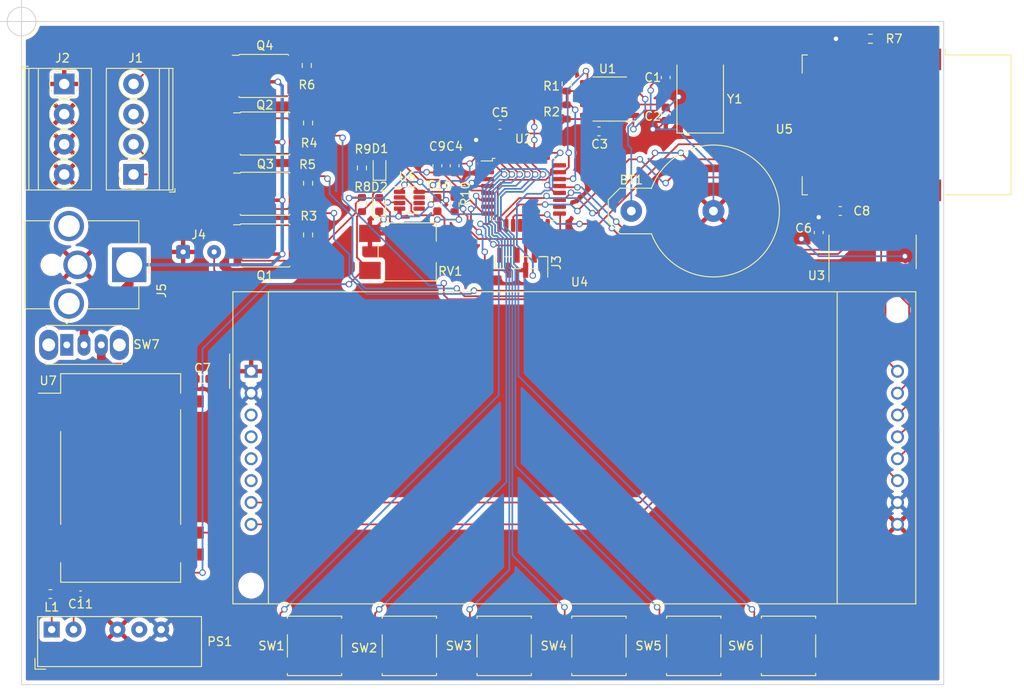
<source format=kicad_pcb>
(kicad_pcb (version 20211014) (generator pcbnew)
  (layers (0 "F.Cu" signal) (31 "B.Cu" signal) (34 "B.Paste" user) (35 "F.Paste" user) (36 "B.SilkS" user "B.Silkscreen") (37 "F.SilkS" user "F.Silkscreen") (38 "B.Mask" user) (39 "F.Mask" user) (44 "Edge.Cuts" user))
  (net 0 "")
  (net 1 "Net-(BT1-Pad1)")
  (net 2 "GND")
  (net 3 "Net-(C1-Pad1)")
  (net 4 "Net-(C2-Pad1)")
  (net 5 "+5V")
  (net 6 "+3.3V")
  (net 7 "Net-(C10-Pad1)")
  (net 8 "Net-(C11-Pad2)")
  (net 9 "Net-(D1-Pad1)")
  (net 10 "Net-(D2-Pad2)")
  (net 11 "/V1")
  (net 12 "/SWCLK")
  (net 13 "/SWDIO")
  (net 14 "/NRST")
  (net 16 "Net-(L1-Pad2)")
  (net 18 "Net-(Q1-Pad2)")
  (net 19 "+24V")
  (net 20 "/V3")
  (net 21 "Net-(Q2-Pad2)")
  (net 22 "/V2")
  (net 23 "Net-(Q3-Pad2)")
  (net 24 "/V4")
  (net 25 "Net-(Q4-Pad2)")
  (net 26 "/I2C2_SCL")
  (net 27 "/Q1")
  (net 28 "/Q3")
  (net 29 "/Q2")
  (net 30 "/Q4")
  (net 31 "/I2C2_SDA")
  (net 36 "/USART2_TX")
  (net 37 "/USART2_RX")
  (net 38 "/ADC1_IN4")
  (net 39 "/I2C1_SCL")
  (net 44 "/GPIO_Input")
  (net 45 "/I2C1_SDA")
  (net 51 "Net-(U3-Pad4)")
  (net 52 "Net-(U3-Pad5)")
  (net 53 "Net-(U3-Pad6)")
  (net 54 "Net-(U3-Pad7)")
  (net 55 "Net-(U3-Pad9)")
  (net 56 "Net-(U3-Pad10)")
  (net 57 "Net-(U3-Pad11)")
  (net 58 "Net-(U3-Pad12)")
  (net 94 "/Power supply/VIN")
  (net 95 "/SW1")
  (net 96 "/SW2")
  (net 97 "/SW3")
  (net 98 "/SW4")
  (net 99 "/SW5")
  (net 100 "/SW6")
  (net 101 "/ADC1_IN1")
  (net 102 "Net-(R7-Pad2)")
  (footprint "Resistor_SMD:R_0603_1608Metric" (layer "F.Cu") (at 98.25 93.78 90)
    (fp_text reference "R3")
    (fp_text value "10k")
  )
  (footprint "Package_DirectFET:DirectFET_MD" (layer "F.Cu") (at 93.25 82.005)
    (fp_text reference "Q2")
    (fp_text value "IRL6283M")
  )
  (footprint "Package_SO:SO-8_3.9x4.9mm_P1.27mm" (layer "F.Cu") (at 133.25 78 180)
    (fp_text reference "U1")
    (fp_text value "DS1307N+")
  )
  (footprint "Potentiometer_SMD:Potentiometer_ACP_CA6-VSMD_Vertical" (layer "F.Cu") (at 109.75 95.75)
    (fp_text reference "RV1")
    (fp_text value "10k")
  )
  (footprint "Capacitor_SMD:C_0603_1608Metric" (layer "F.Cu") (at 157.5 93.5 -90)
    (fp_text reference "C6")
    (fp_text value "100nF")
  )
  (footprint "Package_SO:SO-16_3.9x9.9mm_P1.27mm" (layer "F.Cu") (at 163.75 95.75 90)
    (fp_text reference "U3")
    (fp_text value "PCF8574")
  )
  (footprint "Resistor_SMD:R_0603_1608Metric" (layer "F.Cu") (at 128.25 76.25 -90)
    (fp_text reference "R1")
    (fp_text value "3k")
  )
  (footprint "Resistor_SMD:R_0603_1608Metric" (layer "F.Cu") (at 115.25 90.25 -90)
    (fp_text reference "R10")
    (fp_text value "1k")
  )
  (footprint "Capacitor_SMD:C_0603_1608Metric" (layer "F.Cu") (at 113.25 85.75 90)
    (fp_text reference "C9")
    (fp_text value "0.1uF")
  )
  (footprint "LED_SMD:LED_0603_1608Metric" (layer "F.Cu") (at 106.5 90.25 90)
    (fp_text reference "D2")
    (fp_text value "Power LED")
  )
  (footprint "Connector_PinHeader_1.00mm:PinHeader_1x06_P1.00mm_Vertical_SMD_Pin1Right" (layer "F.Cu") (at 123 97 -90)
    (fp_text reference "J3")
    (fp_text value "Conn_01x06")
  )
  (footprint "Resistor_SMD:R_0603_1608Metric" (layer "F.Cu") (at 104.5 90.25 90)
    (fp_text reference "R8")
    (fp_text value "10k")
  )
  (footprint "Capacitor_SMD:C_0603_1608Metric" (layer "F.Cu") (at 113.25 90.25 90)
    (fp_text reference "C10")
    (fp_text value "0.1uF")
  )
  (footprint "Capacitor_SMD:C_0603_1608Metric" (layer "F.Cu") (at 132 81.75)
    (fp_text reference "C3")
    (fp_text value "100nF")
  )
  (footprint "Resistor_SMD:R_0603_1608Metric" (layer "F.Cu") (at 163.5 71)
    (fp_text reference "R7")
    (fp_text value "10k")
  )
  (footprint "Resistor_SMD:R_0603_1608Metric" (layer "F.Cu") (at 104.5 86 90)
    (fp_text reference "R9")
    (fp_text value "1k")
  )
  (footprint "Inductor_SMD:L_0603_1608Metric" (layer "F.Cu") (at 68.348884 135.48)
    (fp_text reference "L1")
    (fp_text value "18uH")
  )
  (footprint "Package_QFP:LQFP-32_7x7mm_P0.8mm" (layer "F.Cu") (at 123.25 88.5)
    (fp_text reference "U2")
    (fp_text value "STM32G071KxT")
  )
  (footprint "Button_Switch_SMD:SW_SPST_B3S-1000" (layer "F.Cu") (at 143 141.5)
    (fp_text reference "SW5")
    (fp_text value "SW_MEC_5E")
  )
  (footprint "Button_Switch_SMD:SW_SPST_B3S-1000" (layer "F.Cu") (at 154 141.5)
    (fp_text reference "SW6")
    (fp_text value "SW_MEC_5E")
  )
  (footprint "Capacitor_SMD:C_0402_1005Metric" (layer "F.Cu") (at 71.848884 135.48 180)
    (fp_text reference "C11")
    (fp_text value "2.2uF")
  )
  (footprint "TerminalBlock_Phoenix:TerminalBlock_Phoenix_PT-1,5-4-3.5-H_1x04_P3.50mm_Horizontal" (layer "F.Cu") (at 69.95 76.25 -90)
    (fp_text reference "J2")
    (fp_text value "Conn_01x04_Male")
  )
  (footprint "RF_Module:ESP-12E" (layer "F.Cu") (at 167.7 81 -90)
    (fp_text reference "U5")
    (fp_text value "ESP-12E")
  )
  (footprint "Battery:BatteryHolder_Keystone_500" (layer "F.Cu") (at 135.753395 91)
    (fp_text reference "BT1")
    (fp_text value "3V")
  )
  (footprint "Converter_DCDC:Converter_DCDC_XP_POWER-IAxxxxS_THT" (layer "F.Cu") (at 68.5 139.605 90)
    (fp_text reference "PS1")
    (fp_text value "IA0503S")
  )
  (footprint "Package_DirectFET:DirectFET_MD" (layer "F.Cu") (at 93.25 95)
    (fp_text reference "Q1")
    (fp_text value "IRL6283M")
  )
  (footprint "Capacitor_SMD:C_0603_1608Metric" (layer "F.Cu") (at 139.75 75.5 -90)
    (fp_text reference "C1")
    (fp_text value "12pF")
  )
  (footprint "Button_Switch_SMD:SW_SPST_B3S-1000" (layer "F.Cu") (at 99 141.5)
    (fp_text reference "SW1")
    (fp_text value "SW_MEC_5E")
  )
  (footprint "Capacitor_SMD:C_0603_1608Metric" (layer "F.Cu") (at 120.525 81)
    (fp_text reference "C5")
    (fp_text value "100nF")
  )
  (footprint "Resistor_SMD:R_0603_1608Metric" (layer "F.Cu") (at 98.1 74.1 90)
    (fp_text reference "R6")
    (fp_text value "10k")
  )
  (footprint "Capacitor_SMD:C_0603_1608Metric" (layer "F.Cu") (at 86 110.5 180)
    (fp_text reference "C7")
    (fp_text value "100nF")
  )
  (footprint "Connector_Wire:SolderWire-0.1sqmm_1x02_P3.6mm_D0.4mm_OD1mm" (layer "F.Cu") (at 83.75 95.755)
    (fp_text reference "J4")
    (fp_text value "Conn_01x02")
  )
  (footprint "Button_Switch_SMD:SW_SPST_B3S-1000" (layer "F.Cu") (at 110 141.5)
    (fp_text reference "SW2")
    (fp_text value "SW_MEC_5E")
  )
  (footprint "Converter_DCDC:Converter_DCDC_Artesyn_ATA_SMD" (layer "F.Cu") (at 76.5 122)
    (fp_text reference "U7")
    (fp_text value "ATA00A18S-L")
  )
  (footprint "Package_DirectFET:DirectFET_MD" (layer "F.Cu") (at 93.1 75.32)
    (fp_text reference "Q4")
    (fp_text value "IRL6283M")
  )
  (footprint "Resistor_SMD:R_0603_1608Metric" (layer "F.Cu") (at 128.25 79.5 90)
    (fp_text reference "R2")
    (fp_text value "3k")
  )
  (footprint "Connector_BarrelJack:BarrelJack_CUI_PJ-063AH_Horizontal_CircularHoles" (layer "F.Cu") (at 77.5 97.25 -90)
    (fp_text reference "J5")
    (fp_text value "Jack-DC")
  )
  (footprint "Package_DirectFET:DirectFET_MD" (layer "F.Cu") (at 93.25 89)
    (fp_text reference "Q3")
    (fp_text value "IRL6283M")
  )
  (footprint "TerminalBlock_Phoenix:TerminalBlock_Phoenix_PT-1,5-4-3.5-H_1x04_P3.50mm_Horizontal" (layer "F.Cu") (at 78 86.75 90)
    (fp_text reference "J1")
    (fp_text value "Conn_01x04_Male")
  )
  (footprint "Package_TO_SOT_SMD:SOT-23-8" (layer "F.Cu") (at 110 89.75)
    (fp_text reference "U6")
    (fp_text value "LM393")
  )
  (footprint "Resistor_SMD:R_0603_1608Metric" (layer "F.Cu") (at 98.25 87.78 90)
    (fp_text reference "R5")
    (fp_text value "10k")
  )
  (footprint "Button_Switch_THT:SW_Slide_1P2T_CK_OS102011MS2Q" (layer "F.Cu") (at 70.25 106.5475)
    (fp_text reference "SW7")
    (fp_text value "SW_SPDT")
  )
  (footprint "Button_Switch_SMD:SW_SPST_B3S-1000" (layer "F.Cu") (at 121 141.5)
    (fp_text reference "SW3")
    (fp_text value "SW_MEC_5E")
  )
  (footprint "Capacitor_SMD:C_0603_1608Metric" (layer "F.Cu") (at 160 91 180)
    (fp_text reference "C8")
    (fp_text value "100nF")
  )
  (footprint "Resistor_SMD:R_0603_1608Metric" (layer "F.Cu") (at 98.25 80.785 90)
    (fp_text reference "R4")
    (fp_text value "10k")
  )
  (footprint "Capacitor_SMD:C_0603_1608Metric" (layer "F.Cu") (at 139.75 79.75 -90)
    (fp_text reference "C2")
    (fp_text value "12pF")
  )
  (footprint "Crystal:Crystal_SMD_FOX_FQ7050-2Pin_7.0x5.0mm" (layer "F.Cu") (at 143.75 77.75 90)
    (fp_text reference "Y1")
    (fp_text value "32.768KHZ")
  )
  (footprint "Button_Switch_SMD:SW_SPST_B3S-1000" (layer "F.Cu") (at 132 141.5)
    (fp_text reference "SW4")
    (fp_text value "SW_MEC_5E")
  )
  (footprint "Display:NHD-0420H1Z" (layer "F.Cu") (at 91.6425 109.61)
    (fp_text reference "U4")
    (fp_text value "NHD-0420H1Z")
  )
  (footprint "Capacitor_SMD:C_0603_1608Metric" (layer "F.Cu") (at 115.25 85.75 -90)
    (fp_text reference "C4")
    (fp_text value "100nF")
  )
  (footprint "LED_SMD:LED_0603_1608Metric" (layer "F.Cu") (at 106.54 85.9425 90)
    (fp_text reference "D1")
    (fp_text value "Trigger LED")
  )
  (gr_line (start 68 69) (end 65 69) (layer "Edge.Cuts") (width 0.1))
  (gr_line (start 172 70) (end 172 146) (layer "Edge.Cuts") (width 0.1))
  (gr_line (start 172 69) (end 172 70) (layer "Edge.Cuts") (width 0.1))
  (gr_line (start 172 69) (end 68 69) (layer "Edge.Cuts") (width 0.1))
  (gr_line (start 65 69) (end 65 146) (layer "Edge.Cuts") (width 0.1))
  (gr_line (start 172 146) (end 65 146) (layer "Edge.Cuts") (width 0.1))
  (target plus (at 65 69) (size 5) (width 0.1) (layer "Edge.Cuts"))
  (segment (start 136.7405 77.365) (end 137.3755 78) (width 0.2) (layer "F.Cu") (net 1))
  (segment (start 135.825 77.365) (end 136.7405 77.365) (width 0.2) (layer "F.Cu") (net 1))
  (via (at 137.3755 78) (size 0.75) (drill 0.5) (layers "F.Cu" "B.Cu") (net 1))
  (segment (start 135.375 83.375) (end 135.753395 83.753395) (width 0.2) (layer "B.Cu") (net 1))
  (segment (start 135.375 81.241116) (end 135.375 83.375) (width 0.2) (layer "B.Cu") (net 1))
  (segment (start 137.3755 78) (end 137.3755 79.240616) (width 0.2) (layer "B.Cu") (net 1))
  (segment (start 135.753395 83.753395) (end 135.753395 91) (width 0.2) (layer "B.Cu") (net 1))
  (segment (start 137.3755 79.240616) (end 135.375 81.241116) (width 0.2) (layer "B.Cu") (net 1))
  (segment (start 113.25 84.975) (end 113.7 84.975) (width 0.2) (layer "F.Cu") (net 2))
  (segment (start 157.475 94.25) (end 157.5 94.275) (width 0.2) (layer "F.Cu") (net 2))
  (segment (start 111.991116 87.375) (end 113.375 87.375) (width 0.2) (layer "F.Cu") (net 2))
  (segment (start 114 88) (end 114 88.1245) (width 0.2) (layer "F.Cu") (net 2))
  (segment (start 118.8 88.625) (end 117.241116 88.625) (width 0.2) (layer "F.Cu") (net 2))
  (segment (start 119.075 88.9) (end 118.8 88.625) (width 0.2) (layer "F.Cu") (net 2))
  (segment (start 107 92) (end 105.425 93.575) (width 0.2) (layer "F.Cu") (net 2))
  (segment (start 138.775 81.5) (end 138.25 81.5) (width 0.2) (layer "F.Cu") (net 2))
  (segment (start 157.2 88.975) (end 157.2 88.6) (width 0.2) (layer "F.Cu") (net 2))
  (segment (start 113.75 87.75) (end 114 88) (width 0.2) (layer "F.Cu") (net 2))
  (segment (start 139.775 76.275) (end 139.75 76.275) (width 0.2) (layer "F.Cu") (net 2))
  (segment (start 139.75 80.525) (end 138.775 81.5) (width 0.2) (layer "F.Cu") (net 2))
  (segment (start 111.25 86.633884) (end 111.991116 87.375) (width 0.2) (layer "F.Cu") (net 2))
  (segment (start 112.495831 90.229169) (end 113.25 89.475) (width 0.2) (layer "F.Cu") (net 2))
  (segment (start 111.25 86) (end 111.25 86.633884) (width 0.2) (layer "F.Cu") (net 2))
  (segment (start 113.520661 89.745661) (end 113.25 89.475) (width 0.2) (layer "F.Cu") (net 2))
  (segment (start 105.425 93.575) (end 105.425 93.6) (width 0.2) (layer "F.Cu") (net 2))
  (segment (start 114.254339 89.745661) (end 113.520661 89.745661) (width 0.2) (layer "F.Cu") (net 2))
  (segment (start 155.5 94.25) (end 157.475 94.25) (width 0.2) (layer "F.Cu") (net 2))
  (segment (start 108.8625 91.513) (end 108.8625 90.725) (width 0.2) (layer "F.Cu") (net 2))
  (segment (start 117.241116 88.625) (end 115.25 86.633884) (width 0.2) (layer "F.Cu") (net 2))
  (segment (start 108.75 91.6255) (end 108.8625 91.513) (width 0.2) (layer "F.Cu") (net 2))
  (segment (start 141.25 77.75) (end 139.775 76.275) (width 0.2) (layer "F.Cu") (net 2))
  (segment (start 113.25 84.975) (end 112.275 84.975) (width 0.2) (layer "F.Cu") (net 2))
  (segment (start 113.375 87.375) (end 113.75 87.75) (width 0.2) (layer "F.Cu") (net 2))
  (segment (start 107 92) (end 106.5 91.5) (width 0.2) (layer "F.Cu") (net 2))
  (segment (start 115.25 86.633884) (end 115.25 86.525) (width 0.2) (layer "F.Cu") (net 2))
  (segment (start 159.225 91) (end 157.2 88.975) (width 0.2) (layer "F.Cu") (net 2))
  (segment (start 168.195 98.325) (end 168.195 96.945) (width 0.2) (layer "F.Cu") (net 2))
  (segment (start 113.7 84.975) (end 115.25 86.525) (width 0.2) (layer "F.Cu") (net 2))
  (segment (start 168.195 96.945) (end 167.5 96.25) (width 0.2) (layer "F.Cu") (net 2))
  (segment (start 106.5 91.5) (end 106.5 91.0375) (width 0.2) (layer "F.Cu") (net 2))
  (segment (start 112.275 84.975) (end 111.25 86) (width 0.2) (layer "F.Cu") (net 2))
  (segment (start 112.495831 90.245415) (end 112.495831 90.229169) (width 0.2) (layer "F.Cu") (net 2))
  (via (at 114.254339 89.745661) (size 0.75) (drill 0.5) (layers "F.Cu" "B.Cu") (net 2))
  (via (at 167.5 96.25) (size 0.75) (drill 0.5) (layers "F.Cu" "B.Cu") (net 2))
  (via (at 107 92) (size 0.75) (drill 0.5) (layers "F.Cu" "B.Cu") (net 2))
  (via (at 114 88.1245) (size 0.75) (drill 0.5) (layers "F.Cu" "B.Cu") (net 2))
  (via (at 108.75 91.6255) (size 0.75) (drill 0.5) (layers "F.Cu" "B.Cu") (net 2))
  (via (at 138.25 81.5) (size 0.75) (drill 0.5) (layers "F.Cu" "B.Cu") (net 2))
  (via (at 141.25 77.75) (size 0.75) (drill 0.5) (layers "F.Cu" "B.Cu") (net 2))
  (via (at 112.495831 90.245415) (size 0.75) (drill 0.5) (layers "F.Cu" "B.Cu") (net 2))
  (via (at 155.5 94.25) (size 0.75) (drill 0.5) (layers "F.Cu" "B.Cu") (net 2))
  (segment (start 141 81.5) (end 145.283395 85.783395) (width 0.2) (layer "B.Cu") (net 2))
  (segment (start 138.25 80.75) (end 141.25 77.75) (width 0.2) (layer "B.Cu") (net 2))
  (segment (start 145.283395 85.783395) (end 145.283395 91) (width 0.2) (layer "B.Cu") (net 2))
  (segment (start 157.5 96.25) (end 167.5 96.25) (width 0.2) (layer "B.Cu") (net 2))
  (segment (start 112.495831 90.245415) (end 111.115746 91.6255) (width 0.2) (layer "B.Cu") (net 2))
  (segment (start 155.5 94.25) (end 157.5 96.25) (width 0.2) (layer "B.Cu") (net 2))
  (segment (start 114 88.1245) (end 114 89.491322) (width 0.2) (layer "B.Cu") (net 2))
  (segment (start 114 89.491322) (end 114.254339 89.745661) (width 0.2) (layer "B.Cu") (net 2))
  (segment (start 138.25 81.5) (end 138.25 80.75) (width 0.2) (layer "B.Cu") (net 2))
  (segment (start 107.3745 91.6255) (end 108.75 91.6255) (width 0.2) (layer "B.Cu") (net 2))
  (segment (start 138.25 81.5) (end 141 81.5) (width 0.2) (layer "B.Cu") (net 2))
  (segment (start 107 92) (end 107.3745 91.6255) (width 0.2) (layer "B.Cu") (net 2))
  (segment (start 111.115746 91.6255) (end 108.75 91.6255) (width 0.2) (layer "B.Cu") (net 2))
  (segment (start 143.75 75.15) (end 143.325 74.725) (width 0.2) (layer "F.Cu") (net 3))
  (segment (start 143.325 74.725) (end 139.75 74.725) (width 0.2) (layer "F.Cu") (net 3))
  (segment (start 138 76.475) (end 138 77) (width 0.2) (layer "F.Cu") (net 3))
  (segment (start 136 81.5) (end 136 80.08) (width 0.2) (layer "F.Cu") (net 3))
  (segment (start 136 80.08) (end 135.825 79.905) (width 0.2) (layer "F.Cu") (net 3))
  (segment (start 139.75 74.725) (end 138 76.475) (width 0.2) (layer "F.Cu") (net 3))
  (via (at 138 77) (size 0.75) (drill 0.5) (layers "F.Cu" "B.Cu") (net 3))
  (via (at 136 81.5) (size 0.75) (drill 0.5) (layers "F.Cu" "B.Cu") (net 3))
  (segment (start 138 79.5) (end 136 81.5) (width 0.2) (layer "B.Cu") (net 3))
  (segment (start 138 77) (end 138 79.5) (width 0.2) (layer "B.Cu") (net 3))
  (segment (start 139.75 78.975) (end 139.41 78.635) (width 0.2) (layer "F.Cu") (net 4))
  (segment (start 139.41 78.635) (end 135.825 78.635) (width 0.2) (layer "F.Cu") (net 4))
  (segment (start 143.75 80.35) (end 141.125 80.35) (width 0.2) (layer "F.Cu") (net 4))
  (segment (start 141.125 80.35) (end 139.75 78.975) (width 0.2) (layer "F.Cu") (net 4))
  (segment (start 104.5 91.075) (end 105.775 89.8) (width 0.2) (layer "F.Cu") (net 5))
  (segment (start 104.5 91.075) (end 103.925 91.65) (width 0.2) (layer "F.Cu") (net 5))
  (segment (start 108.93125 86.56875) (end 108.43125 86.06875) (width 0.2) (layer "F.Cu") (net 5))
  (segment (start 107.5175 85.155) (end 106.54 85.155) (width 0.2) (layer "F.Cu") (net 5))
  (segment (start 117 85.5) (end 115.775 85.5) (width 0.2) (layer "F.Cu") (net 5))
  (segment (start 104.6 97.9) (end 103 99.5) (width 0.2) (layer "F.Cu") (net 5))
  (segment (start 130.255 80.325) (end 130.675 79.905) (width 0.2) (layer "F.Cu") (net 5))
  (segment (start 72.348884 135.5) (end 71.348884 134.5) (width 0.2) (layer "F.Cu") (net 5))
  (segment (start 117 85.5) (end 120.5 82) (width 0.2) (layer "F.Cu") (net 5))
  (segment (start 105.425 97.9) (end 104.6 97.9) (width 0.2) (layer "F.Cu") (net 5))
  (segment (start 103.925 96.4) (end 105.425 97.9) (width 0.2) (layer "F.Cu") (net 5))
  (segment (start 105.775 89.8) (end 105.775 89.049587) (width 0.2) (layer "F.Cu") (net 5))
  (segment (start 108.574587 86.25) (end 108.574587 86.212087) (width 0.2) (layer "F.Cu") (net 5))
  (segment (start 131.225 80.455) (end 131.225 81.75) (width 0.2) (layer "F.Cu") (net 5))
  (segment (start 127.5 79.575) (end 127.5 76.175) (width 0.2) (layer "F.Cu") (net 5))
  (segment (start 67.561384 134.938616) (end 67.561384 135.48) (width 0.2) (layer "F.Cu") (net 5))
  (segment (start 86 133) (end 85 133) (width 0.2) (layer "F.Cu") (net 5))
  (segment (start 71.348884 134.5) (end 68 134.5) (width 0.2) (layer "F.Cu") (net 5))
  (segment (start 126.575 82) (end 128.25 80.325) (width 0.2) (layer "F.Cu") (net 5))
  (segment (start 128.25 80.325) (end 127.5 79.575) (width 0.2) (layer "F.Cu") (net 5))
  (segment (start 103.925 91.65) (end 103.925 96.4) (width 0.2) (layer "F.Cu") (net 5))
  (segment (start 114.6 88.775) (end 112.275 88.775) (width 0.2) (layer "F.Cu") (net 5))
  (segment (start 115.775 85.5) (end 115.25 84.975) (width 0.2) (layer "F.Cu") (net 5))
  (segment (start 128.25 80.325) (end 130.255 80.325) (width 0.2) (layer "F.Cu") (net 5))
  (segment (start 84.75 130.89) (end 84.75 135.25) (width 0.2) (layer "F.Cu") (net 5))
  (segment (start 84.75 135.25) (end 84.5 135.5) (width 0.2) (layer "F.Cu") (net 5))
  (segment (start 112.75 88) (end 112.275 88.475) (width 0.2) (layer "F.Cu") (net 5))
  (segment (start 112.275 88.475) (end 112.275 88.775) (width 0.2) (layer "F.Cu") (net 5))
  (segment (start 84.5 135.5) (end 72.348884 135.5) (width 0.2) (layer "F.Cu") (net 5))
  (segment (start 85 133) (end 84.75 132.75) (width 0.2) (layer "F.Cu") (net 5))
  (segment (start 115.25 89.425) (end 114.6 88.775) (width 0.2) (layer "F.Cu") (net 5))
  (segment (start 111.1375 88.775) (end 108.93125 86.56875) (width 0.2) (layer "F.Cu") (net 5))
  (segment (start 112.275 88.775) (end 111.1375 88.775) (width 0.2) (layer "F.Cu") (net 5))
  (segment (start 120.5 82) (end 126.575 82) (width 0.2) (layer "F.Cu") (net 5))
  (segment (start 68 134.5) (end 67.561384 134.938616) (width 0.2) (layer "F.Cu") (net 5))
  (segment (start 130.675 79.905) (end 131.225 80.455) (width 0.2) (layer "F.Cu") (net 5))
  (segment (start 105.775 89.049587) (end 108.574587 86.25) (width 0.2) (layer "F.Cu") (net 5))
  (segment (start 127.5 76.175) (end 128.25 75.425) (width 0.2) (layer "F.Cu") (net 5))
  (segment (start 108.43125 86.06875) (end 107.5175 85.155) (width 0.2) (layer "F.Cu") (net 5))
  (via (at 112.75 88) (size 0.75) (drill 0.5) (layers "F.Cu" "B.Cu") (net 5))
  (via (at 117 85.5) (size 0.75) (drill 0.5) (layers "F.Cu" "B.Cu") (net 5))
  (via (at 86 133) (size 0.75) (drill 0.5) (layers "F.Cu" "B.Cu") (net 5))
  (via (at 103 99.5) (size 0.75) (drill 0.5) (layers "F.Cu" "B.Cu") (net 5))
  (segment (start 93.5 99.5) (end 86 107) (width 0.2) (layer "B.Cu") (net 5))
  (segment (start 86 107) (end 86 133) (width 0.2) (layer "B.Cu") (net 5))
  (segment (start 112.75 88) (end 113.25 87.5) (width 0.2) (layer "B.Cu") (net 5))
  (segment (start 103 99.5) (end 93.5 99.5) (width 0.2) (layer "B.Cu") (net 5))
  (segment (start 117 87) (end 117 85.5) (width 0.2) (layer "B.Cu") (net 5))
  (segment (start 113.25 87.5) (end 116.5 87.5) (width 0.2) (layer "B.Cu") (net 5))
  (segment (start 116.5 87.5) (end 117 87) (width 0.2) (layer "B.Cu") (net 5))
  (segment (start 159.305 93.175) (end 157.95 93.175) (width 0.2) (layer "F.Cu") (net 6))
  (segment (start 124.25 94.25) (end 125.5 95.5) (width 0.2) (layer "F.Cu") (net 6))
  (segment (start 157.5 91.725) (end 160.05 91.725) (width 0.2) (layer "F.Cu") (net 6))
  (segment (start 116.25 91.125) (end 116.75 91.625) (width 0.2) (layer "F.Cu") (net 6))
  (segment (start 116.75 91.625) (end 116.75 93) (width 0.2) (layer "F.Cu") (net 6))
  (segment (start 157.2 73.15) (end 157.2 73.4) (width 0.2) (layer "F.Cu") (net 6))
  (segment (start 118 82.75) (end 119.75 81) (width 0.2) (layer "F.Cu") (net 6))
  (segment (start 159.5 71) (end 159.35 71) (width 0.2) (layer "F.Cu") (net 6))
  (segment (start 117.75 82.75) (end 118 82.75) (width 0.2) (layer "F.Cu") (net 6))
  (segment (start 117.6 88.1) (end 119.075 88.1) (width 0.2) (layer "F.Cu") (net 6))
  (segment (start 161.2 90.575) (end 161.2 88.6) (width 0.2) (layer "F.Cu") (net 6))
  (segment (start 86.775 110.5) (end 89.9925 110.5) (width 0.2) (layer "F.Cu") (net 6))
  (segment (start 89.9925 110.5) (end 91.6425 112.15) (width 0.2) (layer "F.Cu") (net 6))
  (segment (start 118 94.25) (end 124.25 94.25) (width 0.2) (layer "F.Cu") (net 6))
  (segment (start 162.675 71) (end 159.5 71) (width 0.2) (layer "F.Cu") (net 6))
  (segment (start 157.5 92.725) (end 157.5 91.725) (width 0.2) (layer "F.Cu") (net 6))
  (segment (start 116.75 93) (end 118 94.25) (width 0.2) (layer "F.Cu") (net 6))
  (segment (start 157.95 93.175) (end 157.5 92.725) (width 0.2) (layer "F.Cu") (net 6))
  (segment (start 160.05 91.725) (end 160.775 91) (width 0.2) (layer "F.Cu") (net 6))
  (segment (start 125.5 95.5) (end 125.5 97.875) (width 0.2) (layer "F.Cu") (net 6))
  (segment (start 116.25 90.7505) (end 116.25 91.125) (width 0.2) (layer "F.Cu") (net 6))
  (segment (start 117.25 87.75) (end 117.6 88.1) (width 0.2) (layer "F.Cu") (net 6))
  (segment (start 160.775 91) (end 161.2 90.575) (width 0.2) (layer "F.Cu") (net 6))
  (segment (start 159.35 71) (end 157.2 73.15) (width 0.2) (layer "F.Cu") (net 6))
  (via (at 157.5 91.725) (size 0.75) (drill 0.5) (layers "F.Cu" "B.Cu") (net 6))
  (via (at 159.5 71) (size 0.75) (drill 0.5) (layers "F.Cu" "B.Cu") (net 6))
  (via (at 159.5 71) (size 0.75) (drill 0.5) (layers "F.Cu" "B.Cu") (net 6))
  (via (at 116.25 90.7505) (size 0.75) (drill 0.5) (layers "F.Cu" "B.Cu") (net 6))
  (via (at 117.25 87.75) (size 0.75) (drill 0.5) (layers "F.Cu" "B.Cu") (net 6))
  (via (at 117.75 82.75) (size 0.75) (drill 0.5) (layers "F.Cu" "B.Cu") (net 6))
  (segment (start 116.25 88.75) (end 117.25 87.75) (width 0.2) (layer "B.Cu") (net 6))
  (segment (start 116.25 90.7505) (end 116.25 88.75) (width 0.2) (layer "B.Cu") (net 6))
  (segment (start 117.75 87.25) (end 117.75 82.75) (width 0.2) (layer "B.Cu") (net 6))
  (segment (start 117.25 87.75) (end 117.75 87.25) (width 0.2) (layer "B.Cu") (net 6))
  (segment (start 110.71967 91.5) (end 112.775 91.5) (width 0.2) (layer "F.Cu") (net 7))
  (segment (start 113.25 91.025) (end 114.075 91.85) (width 0.2) (layer "F.Cu") (net 7))
  (segment (start 114.075 91.85) (end 114.075 95.75) (width 0.2) (layer "F.Cu") (net 7))
  (segment (start 109.40533 89.425) (end 110.225 90.24467) (width 0.2) (layer "F.Cu") (net 7))
  (segment (start 110.225 91.00533) (end 110.71967 91.5) (width 0.2) (layer "F.Cu") (net 7))
  (segment (start 108.8625 89.425) (end 109.40533 89.425) (width 0.2) (layer "F.Cu") (net 7))
  (segment (start 110.225 90.24467) (end 110.225 91.00533) (width 0.2) (layer "F.Cu") (net 7))
  (segment (start 112.775 91.5) (end 113.25 91.025) (width 0.2) (layer "F.Cu") (net 7))
  (segment (start 87 136.5) (end 71.75 136.5) (width 0.2) (layer "F.Cu") (net 8))
  (segment (start 84.75 128.35) (end 86.85 128.35) (width 0.2) (layer "F.Cu") (net 8))
  (segment (start 71.25 136.5) (end 71.04 136.71) (width 0.2) (layer "F.Cu") (net 8))
  (segment (start 87 128.5) (end 87 136.5) (width 0.2) (layer "F.Cu") (net 8))
  (segment (start 71.368884 136.118884) (end 71.75 136.5) (width 0.2) (layer "F.Cu") (net 8))
  (segment (start 86.85 128.35) (end 87 128.5) (width 0.2) (layer "F.Cu") (net 8))
  (segment (start 71.368884 135.48) (end 71.368884 136.118884) (width 0.2) (layer "F.Cu") (net 8))
  (segment (start 71.04 136.71) (end 71.04 139.605) (width 0.2) (layer "F.Cu") (net 8))
  (segment (start 71.75 136.5) (end 71.25 136.5) (width 0.2) (layer "F.Cu") (net 8))
  (segment (start 106.445 86.825) (end 106.54 86.73) (width 0.2) (layer "F.Cu") (net 9))
  (segment (start 104.5 86.825) (end 106.445 86.825) (width 0.2) (layer "F.Cu") (net 9))
  (segment (start 108 92.5) (end 112.75 92.5) (width 0.2) (layer "F.Cu") (net 10))
  (segment (start 107.75 92.25) (end 108 92.5) (width 0.2) (layer "F.Cu") (net 10))
  (segment (start 112.75 92.5) (end 113.25 92) (width 0.2) (layer "F.Cu") (net 10))
  (segment (start 106.5 89.883884) (end 107.75 91.133884) (width 0.2) (layer "F.Cu") (net 10))
  (segment (start 115.75 91.575) (end 115.25 91.075) (width 0.2) (layer "F.Cu") (net 10))
  (segment (start 107.75 91.133884) (end 107.75 92.25) (width 0.2) (layer "F.Cu") (net 10))
  (segment (start 106.5 89.4625) (end 106.5 89.883884) (width 0.2) (layer "F.Cu") (net 10))
  (segment (start 115.75 92) (end 115.75 91.575) (width 0.2) (layer "F.Cu") (net 10))
  (via (at 113.25 92) (size 0.75) (drill 0.5) (layers "F.Cu" "B.Cu") (net 10))
  (via (at 115.75 92) (size 0.75) (drill 0.5) (layers "F.Cu" "B.Cu") (net 10))
  (segment (start 113.25 92) (end 115.75 92) (width 0.2) (layer "B.Cu") (net 10))
  (segment (start 96.45 96.175) (end 96.45 93.825) (width 0.2) (layer "F.Cu") (net 11))
  (segment (start 78 86.75) (end 82.975 86.75) (width 0.2) (layer "F.Cu") (net 11))
  (segment (start 90.05 96.175) (end 90.65 96.775) (width 0.2) (layer "F.Cu") (net 11))
  (segment (start 95.85 96.775) (end 96.45 96.175) (width 0.2) (layer "F.Cu") (net 11))
  (segment (start 90.05 93.825) (end 90.05 96.175) (width 0.2) (layer "F.Cu") (net 11))
  (segment (start 90.65 96.775) (end 95.85 96.775) (width 0.2) (layer "F.Cu") (net 11))
  (segment (start 82.975 86.75) (end 90.05 93.825) (width 0.2) (layer "F.Cu") (net 11))
  (segment (start 124.324502 96.300498) (end 124.5 96.125) (width 0.2) (layer "F.Cu") (net 12))
  (segment (start 127.5 84.25) (end 126.125 84.25) (width 0.2) (layer "F.Cu") (net 12))
  (segment (start 124.324502 98.5) (end 124.324502 96.300498) (width 0.2) (layer "F.Cu") (net 12))
  (segment (start 126.125 84.25) (end 126.05 84.325) (width 0.2) (layer "F.Cu") (net 12))
  (via (at 127.5 84.25) (size 0.75) (drill 0.5) (layers "F.Cu" "B.Cu") (net 12))
  (via (at 124.324502 98.5) (size 0.75) (drill 0.5) (layers "F.Cu" "B.Cu") (net 12))
  (segment (start 122.475 90.189041) (end 123.664041 89) (width 0.2) (layer "B.Cu") (net 12))
  (segment (start 126.625 88.258884) (end 126.625 85.125) (width 0.2) (layer "B.Cu") (net 12))
  (segment (start 125.667508 88.625) (end 126.258884 88.625) (width 0.2) (layer "B.Cu") (net 12))
  (segment (start 124.324502 96.824502) (end 122.475 94.975) (width 0.2) (layer "B.Cu") (net 12))
  (segment (start 125.292508 89) (end 125.667508 88.625) (width 0.2) (layer "B.Cu") (net 12))
  (segment (start 123.664041 89) (end 125.292508 89) (width 0.2) (layer "B.Cu") (net 12))
  (segment (start 122.475 94.975) (end 122.475 90.189041) (width 0.2) (layer "B.Cu") (net 12))
  (segment (start 126.258884 88.625) (end 126.625 88.258884) (width 0.2) (layer "B.Cu") (net 12))
  (segment (start 126.625 85.125) (end 127.5 84.25) (width 0.2) (layer "B.Cu") (net 12))
  (segment (start 124.324502 98.5) (end 124.324502 96.824502) (width 0.2) (layer "B.Cu") (net 12))
  (segment (start 126.425 86.21967) (end 126.94467 85.7) (width 0.2) (layer "F.Cu") (net 13))
  (segment (start 125.83033 87.375) (end 126.425 86.78033) (width 0.2) (layer "F.Cu") (net 13))
  (segment (start 126.425 86.78033) (end 126.425 86.21967) (width 0.2) (layer "F.Cu") (net 13))
  (segment (start 119.15533 92.5) (end 120.25 91.40533) (width 0.2) (layer "F.Cu") (net 13))
  (segment (start 120.25 91.40533) (end 120.25 88.25) (width 0.2) (layer "F.Cu") (net 13))
  (segment (start 126.94467 85.7) (end 127.425 85.7) (width 0.2) (layer "F.Cu") (net 13))
  (segment (start 122.05 95) (end 122.5 95.45) (width 0.2) (layer "F.Cu") (net 13))
  (segment (start 121.125 87.375) (end 125.83033 87.375) (width 0.2) (layer "F.Cu") (net 13))
  (segment (start 119.8755 95) (end 119.75 94.8745) (width 0.2) (layer "F.Cu") (net 13))
  (segment (start 120.25 88.25) (end 121.125 87.375) (width 0.2) (layer "F.Cu") (net 13))
  (segment (start 118.25 92.5) (end 119.15533 92.5) (width 0.2) (layer "F.Cu") (net 13))
  (segment (start 122.05 95) (end 119.8755 95) (width 0.2) (layer "F.Cu") (net 13))
  (segment (start 122.5 95.45) (end 122.5 96.125) (width 0.2) (layer "F.Cu") (net 13))
  (via (at 119.75 94.8745) (size 0.75) (drill 0.5) (layers "F.Cu" "B.Cu") (net 13))
  (via (at 118.25 92.5) (size 0.75) (drill 0.5) (layers "F.Cu" "B.Cu") (net 13))
  (segment (start 118.25 92.5) (end 118.85 93.1) (width 0.2) (layer "B.Cu") (net 13))
  (segment (start 118.85 93.1) (end 118.85 93.9745) (width 0.2) (layer "B.Cu") (net 13))
  (segment (start 118.85 93.9745) (end 119.75 94.8745) (width 0.2) (layer "B.Cu") (net 13))
  (segment (start 119.075 89.7) (end 118.2 89.7) (width 0.2) (layer "F.Cu") (net 14))
  (segment (start 118.75 97.25) (end 119.375 97.875) (width 0.2) (layer "F.Cu") (net 14))
  (segment (start 119.375 97.875) (end 121.5 97.875) (width 0.2) (layer "F.Cu") (net 14))
  (segment (start 118.75 95.75) (end 118.75 97.25) (width 0.2) (layer "F.Cu") (net 14))
  (segment (start 118.066589 93.433411) (end 117.149502 92.516324) (width 0.2) (layer "F.Cu") (net 14))
  (segment (start 117.149502 92.516324) (end 117.149502 90.7499) (width 0.2) (layer "F.Cu") (net 14))
  (segment (start 118.2 89.7) (end 117.75 89.25) (width 0.2) (layer "F.Cu") (net 14))
  (via (at 118.066589 93.433411) (size 0.75) (drill 0.5) (layers "F.Cu" "B.Cu") (net 14))
  (via (at 117.75 89.25) (size 0.75) (drill 0.5) (layers "F.Cu" "B.Cu") (net 14))
  (via (at 118.75 95.75) (size 0.75) (drill 0.5) (layers "F.Cu" "B.Cu") (net 14))
  (via (at 117.149502 90.7499) (size 0.75) (drill 0.5) (layers "F.Cu" "B.Cu") (net 14))
  (segment (start 117.149602 90.75) (end 117.149502 90.7499) (width 0.2) (layer "B.Cu") (net 14))
  (segment (start 117.75 90.5) (end 117.5 90.75) (width 0.2) (layer "B.Cu") (net 14))
  (segment (start 117.5 90.75) (end 117.149602 90.75) (width 0.2) (layer "B.Cu") (net 14))
  (segment (start 118.75 95.75) (end 118.5 95.5) (width 0.2) (layer "B.Cu") (net 14))
  (segment (start 118.5 93.866822) (end 118.066589 93.433411) (width 0.2) (layer "B.Cu") (net 14))
  (segment (start 118.5 95.5) (end 118.5 93.866822) (width 0.2) (layer "B.Cu") (net 14))
  (segment (start 117.75 89.25) (end 117.75 90.5) (width 0.2) (layer "B.Cu") (net 14))
  (segment (start 68.5 136.116384) (end 68.5 139.605) (width 0.2) (layer "F.Cu") (net 16))
  (segment (start 69.136384 135.48) (end 68.5 136.116384) (width 0.2) (layer "F.Cu") (net 16))
  (segment (start 97.145 92.65) (end 92.85 92.65) (width 0.2) (layer "F.Cu") (net 18))
  (segment (start 97.25 93.605) (end 97.25 92.755) (width 0.2) (layer "F.Cu") (net 18))
  (segment (start 92.85 92.65) (end 91.7 93.8) (width 0.2) (layer "F.Cu") (net 18))
  (segment (start 98.25 94.605) (end 97.25 93.605) (width 0.2) (layer "F.Cu") (net 18))
  (segment (start 97.25 92.755) (end 97.145 92.65) (width 0.2) (layer "F.Cu") (net 18))
  (segment (start 72.25 104.75) (end 72.25 106.5475) (width 1) (layer "F.Cu") (net 19))
  (segment (start 95.25 83) (end 93.22 83) (width 0.4) (layer "F.Cu") (net 19))
  (segment (start 92.925 76.17) (end 91.505 76.17) (width 0.4) (layer "F.Cu") (net 19))
  (segment (start 91.7 82.855) (end 93.075 82.855) (width 0.4) (layer "F.Cu") (net 19))
  (segment (start 95.25 96) (end 93.225 96) (width 0.4) (layer "F.Cu") (net 19))
  (segment (start 93.095 76) (end 92.925 76.17) (width 0.4) (layer "F.Cu") (net 19))
  (segment (start 94.75 76) (end 93.095 76) (width 0.4) (layer "F.Cu") (net 19))
  (segment (start 92.925 76.17) (end 92.925 74.47) (width 0.4) (layer "F.Cu") (net 19))
  (segment (start 77.5 99.5) (end 72.25 104.75) (width 1) (layer "F.Cu") (net 19))
  (segment (start 93.175 89.75) (end 93.075 89.85) (width 0.4) (layer "F.Cu") (net 19))
  (segment (start 93.22 83) (end 93.075 82.855) (width 0.4) (layer "F.Cu") (net 19))
  (segment (start 93.075 89.85) (end 91.7 89.85) (width 0.4) (layer "F.Cu") (net 19))
  (segment (start 93.075 95.85) (end 91.7 95.85) (width 0.4) (layer "F.Cu") (net 19))
  (segment (start 93.075 95.85) (end 93.075 94.15) (width 0.4) (layer "F.Cu") (net 19))
  (segment (start 93.075 81.155) (end 93.075 82.855) (width 0.4) (layer "F.Cu") (net 19))
  (segment (start 93.225 96) (end 93.075 95.85) (width 0.4) (layer "F.Cu") (net 19))
  (segment (start 77.5 97.25) (end 77.5 99.5) (width 1) (layer "F.Cu") (net 19))
  (segment (start 95.25 89.75) (end 93.175 89.75) (width 0.4) (layer "F.Cu") (net 19))
  (segment (start 93.075 89.85) (end 93.075 88.15) (width 0.4) (layer "F.Cu") (net 19))
  (via (at 94.75 76) (size 0.75) (drill 0.5) (layers "F.Cu" "B.Cu") (net 19))
  (via (at 95.25 83) (size 0.75) (drill 0.5) (layers "F.Cu" "B.Cu") (net 19))
  (via (at 95.25 89.75) (size 0.75) (drill 0.5) (layers "F.Cu" "B.Cu") (net 19))
  (via (at 95.25 96) (size 0.75) (drill 0.5) (layers "F.Cu" "B.Cu") (net 19))
  (segment (start 95.25 76.5) (end 94.75 76) (width 0.4) (layer "B.Cu") (net 19))
  (segment (start 95.25 96) (end 95.25 90) (width 0.4) (layer "B.Cu") (net 19))
  (segment (start 77.5 97.25) (end 94 97.25) (width 0.4) (layer "B.Cu") (net 19))
  (segment (start 95.25 83) (end 95.25 76.5) (width 0.4) (layer "B.Cu") (net 19))
  (segment (start 94 97.25) (end 95.25 96) (width 0.4) (layer "B.Cu") (net 19))
  (segment (start 95.25 83) (end 95.25 89.75) (width 0.4) (layer "B.Cu") (net 19))
  (segment (start 95.25 90) (end 95.25 89.75) (width 0.4) (layer "B.Cu") (net 19))
  (segment (start 90.65 80.23) (end 95.85 80.23) (width 0.2) (layer "F.Cu") (net 20))
  (segment (start 78 79.75) (end 79.08 80.83) (width 0.2) (layer "F.Cu") (net 20))
  (segment (start 95.85 80.23) (end 96.45 80.83) (width 0.2) (layer "F.Cu") (net 20))
  (segment (start 90.05 83.18) (end 90.05 80.83) (width 0.2) (layer "F.Cu") (net 20))
  (segment (start 79.08 80.83) (end 90.05 80.83) (width 0.2) (layer "F.Cu") (net 20))
  (segment (start 96.45 80.83) (end 96.45 83.18) (width 0.2) (layer "F.Cu") (net 20))
  (segment (start 90.05 80.83) (end 90.65 80.23) (width 0.2) (layer "F.Cu") (net 20))
  (segment (start 97.15 84.355) (end 91.7 84.355) (width 0.2) (layer "F.Cu") (net 21))
  (segment (start 91 83.655) (end 91 81.505) (width 0.2) (layer "F.Cu") (net 21))
  (segment (start 91.7 84.355) (end 91 83.655) (width 0.2) (layer "F.Cu") (net 21))
  (segment (start 98.25 81.61) (end 98.25 83.255) (width 0.2) (layer "F.Cu") (net 21))
  (segment (start 91 81.505) (end 91.7 80.805) (width 0.2) (layer "F.Cu") (net 21))
  (segment (start 98.25 83.255) (end 97.15 84.355) (width 0.2) (layer "F.Cu") (net 21))
  (segment (start 90.05 87.825) (end 90.05 90.175) (width 0.2) (layer "F.Cu") (net 22))
  (segment (start 86.75 84.5) (end 90.05 87.8) (width 0.2) (layer "F.Cu") (net 22))
  (segment (start 79.25 84.5) (end 86.75 84.5) (width 0.2) (layer "F.Cu") (net 22))
  (segment (start 95.85 90.775) (end 96.45 90.175) (width 0.2) (layer "F.Cu") (net 22))
  (segment (start 90.65 90.775) (end 95.85 90.775) (width 0.2) (layer "F.Cu") (net 22))
  (segment (start 96.45 87.825) (end 96.45 90.175) (width 0.2) (layer "F.Cu") (net 22))
  (segment (start 90.05 90.175) (end 90.65 90.775) (width 0.2) (layer "F.Cu") (net 22))
  (segment (start 78 83.25) (end 79.25 84.5) (width 0.2) (layer "F.Cu") (net 22))
  (segment (start 97.525 87.025) (end 97.005 86.505) (width 0.2) (layer "F.Cu") (net 23))
  (segment (start 92.995 86.505) (end 91.7 87.8) (width 0.2) (layer "F.Cu") (net 23))
  (segment (start 98.25 88.605) (end 97.525 87.88) (width 0.2) (layer "F.Cu") (net 23))
  (segment (start 97.525 87.88) (end 97.525 87.025) (width 0.2) (layer "F.Cu") (net 23))
  (segment (start 97.005 86.505) (end 92.995 86.505) (width 0.2) (layer "F.Cu") (net 23))
  (segment (start 89.9 74.145) (end 90.5 73.545) (width 0.2) (layer "F.Cu") (net 24))
  (segment (start 78 76.25) (end 80.105 74.145) (width 0.2) (layer "F.Cu") (net 24))
  (segment (start 95.7 73.545) (end 96.3 74.145) (width 0.2) (layer "F.Cu") (net 24))
  (segment (start 89.9 74.145) (end 89.9 76.495) (width 0.2) (layer "F.Cu") (net 24))
  (segment (start 90.5 73.545) (end 95.7 73.545) (width 0.2) (layer "F.Cu") (net 24))
  (segment (start 80.105 74.145) (end 89.9 74.145) (width 0.2) (layer "F.Cu") (net 24))
  (segment (start 96.3 74.145) (end 96.3 76.495) (width 0.2) (layer "F.Cu") (net 24))
  (segment (start 91.55 77.67) (end 97.085 77.67) (width 0.2) (layer "F.Cu") (net 25))
  (segment (start 91.55 74.12) (end 90.975 74.695) (width 0.2) (layer "F.Cu") (net 25))
  (segment (start 90.975 74.695) (end 90.975 77.095) (width 0.2) (layer "F.Cu") (net 25))
  (segment (start 98.1 76.655) (end 98.1 74.925) (width 0.2) (layer "F.Cu") (net 25))
  (segment (start 97.085 77.67) (end 98.1 76.655) (width 0.2) (layer "F.Cu") (net 25))
  (segment (start 90.975 77.095) (end 91.55 77.67) (width 0.2) (layer "F.Cu") (net 25))
  (segment (start 129 87.25) (end 127.475 87.25) (width 0.2) (layer "F.Cu") (net 26))
  (segment (start 127.475 87.25) (end 127.425 87.3) (width 0.2) (layer "F.Cu") (net 26))
  (segment (start 128.25 77.075) (end 130.385 77.075) (width 0.2) (layer "F.Cu") (net 26))
  (segment (start 128.25 77.075) (end 128.25 78.675) (width 0.2) (layer "F.Cu") (net 26))
  (segment (start 128.675 78.675) (end 129.25 79.25) (width 0.2) (layer "F.Cu") (net 26))
  (segment (start 128.25 78.675) (end 128.675 78.675) (width 0.2) (layer "F.Cu") (net 26))
  (segment (start 130.385 77.075) (end 130.675 77.365) (width 0.2) (layer "F.Cu") (net 26))
  (via (at 129.25 79.25) (size 0.75) (drill 0.5) (layers "F.Cu" "B.Cu") (net 26))
  (via (at 129 87.25) (size 0.75) (drill 0.5) (layers "F.Cu" "B.Cu") (net 26))
  (segment (start 129 87.25) (end 129.25 87) (width 0.2) (layer "B.Cu") (net 26))
  (segment (start 129.25 87) (end 129.25 79.25) (width 0.2) (layer "B.Cu") (net 26))
  (segment (start 126.75 99) (end 126.75 94.75) (width 0.2) (layer "F.Cu") (net 27))
  (segment (start 101.25 91.25) (end 100.25 91.25) (width 0.2) (layer "F.Cu") (net 27))
  (segment (start 100.25 91.25) (end 98.545 92.955) (width 0.2) (layer "F.Cu") (net 27))
  (segment (start 117.5 100.25) (end 125.5 100.25) (width 0.2) (layer "F.Cu") (net 27))
  (segment (start 125.25 93.25) (end 125.25 92.675) (width 0.2) (layer "F.Cu") (net 27))
  (segment (start 126.75 94.75) (end 125.25 93.25) (width 0.2) (layer "F.Cu") (net 27))
  (segment (start 125.5 100.25) (end 126.75 99) (width 0.2) (layer "F.Cu") (net 27))
  (segment (start 98.545 92.955) (end 98.25 92.955) (width 0.2) (layer "F.Cu") (net 27))
  (via (at 117.5 100.25) (size 0.75) (drill 0.5) (layers "F.Cu" "B.Cu") (net 27))
  (via (at 101.25 91.25) (size 0.75) (drill 0.5) (layers "F.Cu" "B.Cu") (net 27))
  (segment (start 117.125 100.625) (end 117.5 100.25) (width 0.2) (layer "B.Cu") (net 27))
  (segment (start 101.25 91.25) (end 101.25 94.25) (width 0.2) (layer "B.Cu") (net 27))
  (segment (start 105.008884 100.625) (end 117.125 100.625) (width 0.2) (layer "B.Cu") (net 27))
  (segment (start 103.053858 98.669974) (end 105.008884 100.625) (width 0.2) (layer "B.Cu") (net 27))
  (segment (start 101.25 94.25) (end 103.053858 96.053858) (width 0.2) (layer "B.Cu") (net 27))
  (segment (start 103.053858 96.053858) (end 103.053858 98.669974) (width 0.2) (layer "B.Cu") (net 27))
  (segment (start 102.25 82.5) (end 102 82.25) (width 0.2) (layer "F.Cu") (net 28))
  (segment (start 98.71 79.96) (end 101 82.25) (width 0.2) (layer "F.Cu") (net 28))
  (segment (start 114 99.3755) (end 114 100.75) (width 0.2) (layer "F.Cu") (net 28))
  (segment (start 114 100.75) (end 114.5 101.25) (width 0.2) (layer "F.Cu") (net 28))
  (segment (start 125.75 101.25) (end 127.5 99.5) (width 0.2) (layer "F.Cu") (net 28))
  (segment (start 114.5 101.25) (end 125.75 101.25) (width 0.2) (layer "F.Cu") (net 28))
  (segment (start 98.25 79.96) (end 98.71 79.96) (width 0.2) (layer "F.Cu") (net 28))
  (segment (start 102 82.25) (end 101 82.25) (width 0.2) (layer "F.Cu") (net 28))
  (segment (start 127.5 99.5) (end 127.5 91.5) (width 0.2) (layer "F.Cu") (net 28))
  (via (at 102.25 82.5) (size 0.75) (drill 0.5) (layers "F.Cu" "B.Cu") (net 28))
  (via (at 114 99.3755) (size 0.75) (drill 0.5) (layers "F.Cu" "B.Cu") (net 28))
  (segment (start 102.25 89.633884) (end 112.266116 99.65) (width 0.2) (layer "B.Cu") (net 28))
  (segment (start 102.25 82.5) (end 102.25 89.633884) (width 0.2) (layer "B.Cu") (net 28))
  (segment (start 113.7255 99.65) (end 114 99.3755) (width 0.2) (layer "B.Cu") (net 28))
  (segment (start 112.266116 99.65) (end 113.7255 99.65) (width 0.2) (layer "B.Cu") (net 28))
  (segment (start 100.205 86.955) (end 98.25 86.955) (width 0.2) (layer "F.Cu") (net 29))
  (segment (start 127.1 99.15) (end 127.1 94.605026) (width 0.2) (layer "F.Cu") (net 29))
  (segment (start 100.5 87.25) (end 100.205 86.955) (width 0.2) (layer "F.Cu") (net 29))
  (segment (start 127.1 94.605026) (end 126.05 93.555026) (width 0.2) (layer "F.Cu") (net 29))
  (segment (start 125.35 100.9) (end 127.1 99.15) (width 0.2) (layer "F.Cu") (net 29))
  (segment (start 115.5 100) (end 116.4 100.9) (width 0.2) (layer "F.Cu") (net 29))
  (segment (start 116.4 100.9) (end 125.35 100.9) (width 0.2) (layer "F.Cu") (net 29))
  (segment (start 126.05 93.555026) (end 126.05 92.675) (width 0.2) (layer "F.Cu") (net 29))
  (via (at 115.5 100) (size 0.75) (drill 0.5) (layers "F.Cu" "B.Cu") (net 29))
  (via (at 100.5 87.25) (size 0.75) (drill 0.5) (layers "F.Cu" "B.Cu") (net 29))
  (segment (start 103.403858 91.653858) (end 103.403858 98.525) (width 0.2) (layer "B.Cu") (net 29))
  (segment (start 100.75 87.5) (end 100.75 89) (width 0.2) (layer "B.Cu") (net 29))
  (segment (start 100.75 89) (end 103.403858 91.653858) (width 0.2) (layer "B.Cu") (net 29))
  (segment (start 103.403858 98.525) (end 104.878858 100) (width 0.2) (layer "B.Cu") (net 29))
  (segment (start 100.5 87.25) (end 100.75 87.5) (width 0.2) (layer "B.Cu") (net 29))
  (segment (start 104.878858 100) (end 115.5 100) (width 0.2) (layer "B.Cu") (net 29))
  (segment (start 119 75) (end 101.25 75) (width 0.2) (layer "F.Cu") (net 30))
  (segment (start 101.25 75) (end 99.525 73.275) (width 0.2) (layer "F.Cu") (net 30))
  (segment (start 124.5 81.25) (end 124.5 80.5) (width 0.2) (layer "F.Cu") (net 30))
  (segment (start 99.525 73.275) (end 98.1 73.275) (width 0.2) (layer "F.Cu") (net 30))
  (segment (start 124.5 84.275) (end 124.45 84.325) (width 0.2) (layer "F.Cu") (net 30))
  (segment (start 124.5 80.5) (end 119 75) (width 0.2) (layer "F.Cu") (net 30))
  (segment (start 124.5 82.75) (end 124.5 84.275) (width 0.2) (layer "F.Cu") (net 30))
  (via (at 124.5 82.75) (size 0.75) (drill 0.5) (layers "F.Cu" "B.Cu") (net 30))
  (via (at 124.5 81.25) (size 0.75) (drill 0.5) (layers "F.Cu" "B.Cu") (net 30))
  (segment (start 124.5 81.25) (end 124.5 82.75) (width 0.2) (layer "B.Cu") (net 30))
  (segment (start 127.90533 86.5) (end 127.425 86.5) (width 0.2) (layer "F.Cu") (net 31))
  (segment (start 130.675 74.925) (end 130.5 74.75) (width 0.2) (layer "F.Cu") (net 31))
  (segment (start 128.5 84.25) (end 128.5 85.90533) (width 0.2) (layer "F.Cu") (net 31))
  (segment (start 128.5 85.90533) (end 127.90533 86.5) (width 0.2) (layer "F.Cu") (net 31))
  (segment (start 130.675 76.095) (end 130.675 74.925) (width 0.2) (layer "F.Cu") (net 31))
  (via (at 128.5 84.25) (size 0.75) (drill 0.5) (layers "F.Cu" "B.Cu") (net 31))
  (via (at 130.5 74.75) (size 0.75) (drill 0.5) (layers "F.Cu" "B.Cu") (net 31))
  (segment (start 128.375 84.125) (end 128.5 84.25) (width 0.2) (layer "B.Cu") (net 31))
  (segment (start 128.375 76.875) (end 128.375 84.125) (width 0.2) (layer "B.Cu") (net 31))
  (segment (start 130.5 74.75) (end 128.375 76.875) (width 0.2) (layer "B.Cu") (net 31))
  (segment (start 125.926892 89.2495) (end 125.676392 89.5) (width 0.2) (layer "F.Cu") (net 36))
  (segment (start 125.676392 89.5) (end 122.75 89.5) (width 0.2) (layer "F.Cu") (net 36))
  (segment (start 142.25 85) (end 168.35 85) (width 0.2) (layer "F.Cu") (net 36))
  (segment (start 171.2 87.85) (end 171.2 88.6) (width 0.2) (layer "F.Cu") (net 36))
  (segment (start 122.75 89.5) (end 120.45 91.8) (width 0.2) (layer "F.Cu") (net 36))
  (segment (start 120.45 91.8) (end 120.45 92.675) (width 0.2) (layer "F.Cu") (net 36))
  (segment (start 138.5 84.5) (end 131.75 91.25) (width 0.2) (layer "F.Cu") (net 36))
  (segment (start 141.5 84.25) (end 142.25 85) (width 0.2) (layer "F.Cu") (net 36))
  (segment (start 168.35 85) (end 171.2 87.85) (width 0.2) (layer "F.Cu") (net 36))
  (segment (start 138.5 84.25) (end 138.5 84.5) (width 0.2) (layer "F.Cu") (net 36))
  (segment (start 131.75 91.25) (end 131.25 91.25) (width 0.2) (layer "F.Cu") (net 36))
  (via (at 138.5 84.25) (size 0.75) (drill 0.5) (layers "F.Cu" "B.Cu") (net 36))
  (via (at 131.25 91.25) (size 0.75) (drill 0.5) (layers "F.Cu" "B.Cu") (net 36))
  (via (at 141.5 84.25) (size 0.75) (drill 0.5) (layers "F.Cu" "B.Cu") (net 36))
  (via (at 125.926892 89.2495) (size 0.75) (drill 0.5) (layers "F.Cu" "B.Cu") (net 36))
  (segment (start 131.25 91.25) (end 129.5 89.5) (width 0.2) (layer "B.Cu") (net 36))
  (segment (start 138.5 84.25) (end 141.5 84.25) (width 0.2) (layer "B.Cu") (net 36))
  (segment (start 129.5 89.5) (end 126.177392 89.5) (width 0.2) (layer "B.Cu") (net 36))
  (segment (start 126.177392 89.5) (end 125.926892 89.2495) (width 0.2) (layer "B.Cu") (net 36))
  (segment (start 136.75 85) (end 135.5 85) (width 0.2) (layer "F.Cu") (net 37))
  (segment (start 135.5 85) (end 129.5 91) (width 0.2) (layer "F.Cu") (net 37))
  (segment (start 125.75 90.25) (end 122.75 90.25) (width 0.2) (layer "F.Cu") (net 37))
  (segment (start 169.2 87.85) (end 168.45 87.1) (width 0.2) (layer "F.Cu") (net 37))
  (segment (start 121.25 91.75) (end 121.25 92.675) (width 0.2) (layer "F.Cu") (net 37))
  (segment (start 169.2 88.6) (end 169.2 87.85) (width 0.2) (layer "F.Cu") (net 37))
  (segment (start 168.45 87.1) (end 140.4 87.1) (width 0.2) (layer "F.Cu") (net 37))
  (segment (start 140.4 87.1) (end 139.75 87.75) (width 0.2) (layer "F.Cu") (net 37))
  (segment (start 122.75 90.25) (end 121.25 91.75) (width 0.2) (layer "F.Cu") (net 37))
  (via (at 136.75 85) (size 0.75) (drill 0.5) (layers "F.Cu" "B.Cu") (net 37))
  (via (at 139.75 87.75) (size 0.75) (drill 0.5) (layers "F.Cu" "B.Cu") (net 37))
  (via (at 125.75 90.25) (size 0.75) (drill 0.5) (layers "F.Cu" "B.Cu") (net 37))
  (via (at 129.5 91) (size 0.75) (drill 0.5) (layers "F.Cu" "B.Cu") (net 37))
  (segment (start 139.5 87.75) (end 136.75 85) (width 0.2) (layer "B.Cu") (net 37))
  (segment (start 129.5 91) (end 128.75 90.25) (width 0.2) (layer "B.Cu") (net 37))
  (segment (start 128.75 90.25) (end 125.75 90.25) (width 0.2) (layer "B.Cu") (net 37))
  (segment (start 139.75 87.75) (end 139.5 87.75) (width 0.2) (layer "B.Cu") (net 37))
  (segment (start 141.25 83.25) (end 160.1 83.25) (width 0.2) (layer "F.Cu") (net 38))
  (segment (start 125.9005 91.5) (end 122.25 91.5) (width 0.2) (layer "F.Cu") (net 38))
  (segment (start 126 91.4005) (end 125.9005 91.5) (width 0.2) (layer "F.Cu") (net 38))
  (segment (start 160.1 83.25) (end 169.2 74.15) (width 0.2) (layer "F.Cu") (net 38))
  (segment (start 132 92.5) (end 141.25 83.25) (width 0.2) (layer "F.Cu") (net 38))
  (segment (start 122.25 91.5) (end 122.05 91.7) (width 0.2) (layer "F.Cu") (net 38))
  (segment (start 169.2 74.15) (end 169.2 73.4) (width 0.2) (layer "F.Cu") (net 38))
  (segment (start 129.75 92.5) (end 132 92.5) (width 0.2) (layer "F.Cu") (net 38))
  (segment (start 122.05 91.7) (end 122.05 92.675) (width 0.2) (layer "F.Cu") (net 38))
  (via (at 126 91.4005) (size 0.75) (drill 0.5) (layers "F.Cu" "B.Cu") (net 38))
  (via (at 129.75 92.5) (size 0.75) (drill 0.5) (layers "F.Cu" "B.Cu") (net 38))
  (segment (start 129.75 92.5) (end 127.0995 92.5) (width 0.2) (layer "B.Cu") (net 38))
  (segment (start 127.0995 92.5) (end 126 91.4005) (width 0.2) (layer "B.Cu") (net 38))
  (segment (start 127.9255 89.7) (end 127.425 89.7) (width 0.2) (layer "F.Cu") (net 39))
  (segment (start 161.845 93.175) (end 161.845 93.905) (width 0.2) (layer "F.Cu") (net 39))
  (segment (start 159.75 96) (end 136.5 96) (width 0.2) (layer "F.Cu") (net 39))
  (segment (start 161.845 93.905) (end 159.75 96) (width 0.2) (layer "F.Cu") (net 39))
  (segment (start 136.5 96) (end 133.5 93) (width 0.2) (layer "F.Cu") (net 39))
  (segment (start 128.75 88.8755) (end 127.9255 89.7) (width 0.2) (layer "F.Cu") (net 39))
  (via (at 128.75 88.8755) (size 0.75) (drill 0.5) (layers "F.Cu" "B.Cu") (net 39))
  (via (at 133.5 93) (size 0.75) (drill 0.5) (layers "F.Cu" "B.Cu") (net 39))
  (segment (start 133.5 93) (end 132 91.5) (width 0.2) (layer "B.Cu") (net 39))
  (segment (start 129.759384 88.8755) (end 128.75 88.8755) (width 0.2) (layer "B.Cu") (net 39))
  (segment (start 132 91.116116) (end 129.759384 88.8755) (width 0.2) (layer "B.Cu") (net 39))
  (segment (start 132 91.5) (end 132 91.116116) (width 0.2) (layer "B.Cu") (net 39))
  (segment (start 109.43125 87.951928) (end 109.43125 88.20625) (width 0.2) (layer "F.Cu") (net 44))
  (segment (start 126 88) (end 126.9 88.9) (width 0.2) (layer "F.Cu") (net 44))
  (segment (start 111.25 87.5) (end 111.25 87.6245) (width 0.2) (layer "F.Cu") (net 44))
  (segment (start 104.5 85.175) (end 105.2075 84.4675) (width 0.2) (layer "F.Cu") (net 44))
  (segment (start 109.43125 88.20625) (end 108.8625 88.775) (width 0.2) (layer "F.Cu") (net 44))
  (segment (start 108.2175 84.4675) (end 108.25 84.5) (width 0.2) (layer "F.Cu") (net 44))
  (segment (start 105.2075 84.4675) (end 108.2175 84.4675) (width 0.2) (layer "F.Cu") (net 44))
  (segment (start 108.25 84.5) (end 111.25 87.5) (width 0.2) (layer "F.Cu") (net 44))
  (segment (start 126.9 88.9) (end 127.425 88.9) (width 0.2) (layer "F.Cu") (net 44))
  (via (at 109.43125 87.951928) (size 0.75) (drill 0.5) (layers "F.Cu" "B.Cu") (net 44))
  (via (at 126 88) (size 0.75) (drill 0.5) (layers "F.Cu" "B.Cu") (net 44))
  (via (at 111.25 87.6245) (size 0.75) (drill 0.5) (layers "F.Cu" "B.Cu") (net 44))
  (segment (start 126.25 86.618601) (end 126.25 87.75) (width 0.2) (layer "B.Cu") (net 44))
  (segment (start 118.5 91.375) (end 118.5 88.366116) (width 0.2) (layer "B.Cu") (net 44))
  (segment (start 115.0005 91.375) (end 118.5 91.375) (width 0.2) (layer "B.Cu") (net 44))
  (segment (start 118.5 88.366116) (end 120.741116 86.125) (width 0.2) (layer "B.Cu") (net 44))
  (segment (start 120.741116 86.125) (end 125.756399 86.125) (width 0.2) (layer "B.Cu") (net 44))
  (segment (start 111.25 87.6245) (end 115.0005 91.375) (width 0.2) (layer "B.Cu") (net 44))
  (segment (start 125.756399 86.125) (end 126.25 86.618601) (width 0.2) (layer "B.Cu") (net 44))
  (segment (start 126.25 87.75) (end 126 88) (width 0.2) (layer "B.Cu") (net 44))
  (segment (start 111.25 87.6245) (end 109.758678 87.6245) (width 0.2) (layer "B.Cu") (net 44))
  (segment (start 109.758678 87.6245) (end 109.43125 87.951928) (width 0.2) (layer "B.Cu") (net 44))
  (segment (start 160.575 94.425) (end 159.5 95.5) (width 0.2) (layer "F.Cu") (net 45))
  (segment (start 160.575 93.175) (end 160.575 94.425) (width 0.2) (layer "F.Cu") (net 45))
  (segment (start 159.5 95.5) (end 137.25 95.5) (width 0.2) (layer "F.Cu") (net 45))
  (segment (start 127.575 88.25) (end 127.425 88.1) (width 0.2) (layer "F.Cu") (net 45))
  (segment (start 129.5 88.25) (end 127.575 88.25) (width 0.2) (layer "F.Cu") (net 45))
  (segment (start 137.25 95.5) (end 134 92.25) (width 0.2) (layer "F.Cu") (net 45))
  (via (at 134 92.25) (size 0.75) (drill 0.5) (layers "F.Cu" "B.Cu") (net 45))
  (via (at 129.5 88.25) (size 0.75) (drill 0.5) (layers "F.Cu" "B.Cu") (net 45))
  (segment (start 130 88.25) (end 129.5 88.25) (width 0.2) (layer "B.Cu") (net 45))
  (segment (start 134 92.25) (end 130 88.25) (width 0.2) (layer "B.Cu") (net 45))
  (segment (start 91.6425 124.85) (end 136.760685 124.85) (width 0.2) (layer "F.Cu") (net 51))
  (segment (start 163.115 98.495685) (end 163.115 98.325) (width 0.2) (layer "F.Cu") (net 51))
  (segment (start 136.760685 124.85) (end 163.115 98.495685) (width 0.2) (layer "F.Cu") (net 51))
  (segment (start 164.385 98.615) (end 135.61 127.39) (width 0.2) (layer "F.Cu") (net 52))
  (segment (start 164.385 98.325) (end 164.385 98.615) (width 0.2) (layer "F.Cu") (net 52))
  (segment (start 135.61 127.39) (end 91.6425 127.39) (width 0.2) (layer "F.Cu") (net 52))
  (segment (start 165.655 98.325) (end 165.655 98.99066) (width 0.2) (layer "F.Cu") (net 53))
  (segment (start 165.25 99.39566) (end 165.25 108.2175) (width 0.2) (layer "F.Cu") (net 53))
  (segment (start 165.25 108.2175) (end 166.6425 109.61) (width 0.2) (layer "F.Cu") (net 53))
  (segment (start 165.655 98.99066) (end 165.25 99.39566) (width 0.2) (layer "F.Cu") (net 53))
  (segment (start 167.992501 110.799999) (end 166.6425 112.15) (width 0.2) (layer "F.Cu") (net 54))
  (segment (start 166.925 100.87331) (end 167.992501 101.940811) (width 0.2) (layer "F.Cu") (net 54))
  (segment (start 166.925 98.325) (end 166.925 100.87331) (width 0.2) (layer "F.Cu") (net 54))
  (segment (start 167.992501 101.940811) (end 167.992501 110.799999) (width 0.2) (layer "F.Cu") (net 54))
  (segment (start 170.25 111.0825) (end 166.6425 114.69) (width 0.2) (layer "F.Cu") (net 55))
  (segment (start 168.195 93.175) (end 170.25 95.23) (width 0.2) (layer "F.Cu") (net 55))
  (segment (start 170.25 95.23) (end 170.25 111.0825) (width 0.2) (layer "F.Cu") (net 55))
  (segment (start 170.6 93.6) (end 170.6 113.2725) (width 0.2) (layer "F.Cu") (net 56))
  (segment (start 166.925 93.175) (end 166.925 92.825) (width 0.2) (layer "F.Cu") (net 56))
  (segment (start 168.75 91.75) (end 170.6 93.6) (width 0.2) (layer "F.Cu") (net 56))
  (segment (start 170.6 113.2725) (end 166.6425 117.23) (width 0.2) (layer "F.Cu") (net 56))
  (segment (start 168 91.75) (end 168.75 91.75) (width 0.2) (layer "F.Cu") (net 56))
  (segment (start 166.925 92.825) (end 168 91.75) (width 0.2) (layer "F.Cu") (net 56))
  (segment (start 165.655 92.845) (end 167.25 91.25) (width 0.2) (layer "F.Cu") (net 57))
  (segment (start 169.25 91.25) (end 171 93) (width 0.2) (layer "F.Cu") (net 57))
  (segment (start 171 115.4125) (end 166.6425 119.77) (width 0.2) (layer "F.Cu") (net 57))
  (segment (start 171 93) (end 171 115.4125) (width 0.2) (layer "F.Cu") (net 57))
  (segment (start 165.655 93.175) (end 165.655 92.845) (width 0.2) (layer "F.Cu") (net 57))
  (segment (start 167.25 91.25) (end 169.25 91.25) (width 0.2) (layer "F.Cu") (net 57))
  (segment (start 164.75 97.249315) (end 164.935 97.434315) (width 0.2) (layer "F.Cu") (net 58))
  (segment (start 164.75 99.400685) (end 164.75 120.4175) (width 0.2) (layer "F.Cu") (net 58))
  (segment (start 164.935 99.215685) (end 164.75 99.400685) (width 0.2) (layer "F.Cu") (net 58))
  (segment (start 164.75 120.4175) (end 166.6425 122.31) (width 0.2) (layer "F.Cu") (net 58))
  (segment (start 164.935 97.434315) (end 164.935 99.215685) (width 0.2) (layer "F.Cu") (net 58))
  (segment (start 164.75 93.54) (end 164.75 97.249315) (width 0.2) (layer "F.Cu") (net 58))
  (segment (start 164.385 93.175) (end 164.75 93.54) (width 0.2) (layer "F.Cu") (net 58))
  (segment (start 75.225 109.125) (end 74.25 108.15) (width 1) (layer "F.Cu") (net 94))
  (segment (start 74.25 108.15) (end 74.25 106.5) (width 1) (layer "F.Cu") (net 94))
  (segment (start 84.61 113.25) (end 84.75 113.11) (width 1) (layer "F.Cu") (net 94))
  (segment (start 78.5 109.125) (end 82.625 113.25) (width 1) (layer "F.Cu") (net 94))
  (segment (start 82.625 113.25) (end 84.61 113.25) (width 1) (layer "F.Cu") (net 94))
  (segment (start 78.5 109.125) (end 75.225 109.125) (width 1) (layer "F.Cu") (net 94))
  (segment (start 119.95 85.7) (end 119.075 85.7) (width 0.2) (layer "F.Cu") (net 95))
  (segment (start 95.025 137.725) (end 95.5 137.25) (width 0.2) (layer "F.Cu") (net 95))
  (segment (start 121 86.75) (end 119.95 85.7) (width 0.2) (layer "F.Cu") (net 95))
  (segment (start 95.025 139.25) (end 95.025 137.725) (width 0.2) (layer "F.Cu") (net 95))
  (via (at 121 86.75) (size 0.75) (drill 0.5) (layers "F.Cu" "B.Cu") (net 95))
  (via (at 95.5 137.25) (size 0.75) (drill 0.5) (layers "F.Cu" "B.Cu") (net 95))
  (segment (start 119.25 92.933885) (end 118.875 92.558885) (width 0.2) (layer "B.Cu") (net 95))
  (segment (start 120.008884 94.2495) (end 119.619974 94.2495) (width 0.2) (layer "B.Cu") (net 95))
  (segment (start 119.25 93.879526) (end 119.25 92.933885) (width 0.2) (layer "B.Cu") (net 95))
  (segment (start 118.85 88.51109) (end 120.61109 86.75) (width 0.2) (layer "B.Cu") (net 95))
  (segment (start 95.5 137.25) (end 120.375 112.375) (width 0.2) (layer "B.Cu") (net 95))
  (segment (start 120.61109 86.75) (end 121 86.75) (width 0.2) (layer "B.Cu") (net 95))
  (segment (start 118.875 91.544975) (end 118.85 91.519975) (width 0.2) (layer "B.Cu") (net 95))
  (segment (start 118.875 92.558885) (end 118.875 91.544975) (width 0.2) (layer "B.Cu") (net 95))
  (segment (start 120.375 94.615616) (end 120.008884 94.2495) (width 0.2) (layer "B.Cu") (net 95))
  (segment (start 119.619974 94.2495) (end 119.25 93.879526) (width 0.2) (layer "B.Cu") (net 95))
  (segment (start 118.85 91.519975) (end 118.85 88.51109) (width 0.2) (layer "B.Cu") (net 95))
  (segment (start 120.375 112.375) (end 120.375 94.615616) (width 0.2) (layer "B.Cu") (net 95))
  (segment (start 106.025 137.725) (end 106.5 137.25) (width 0.2) (layer "F.Cu") (net 96))
  (segment (start 120.45 85.300497) (end 120.45 84.325) (width 0.2) (layer "F.Cu") (net 96))
  (segment (start 106.025 139.25) (end 106.025 137.725) (width 0.2) (layer "F.Cu") (net 96))
  (segment (start 121.899503 86.75) (end 120.45 85.300497) (width 0.2) (layer "F.Cu") (net 96))
  (via (at 121.899503 86.75) (size 0.75) (drill 0.5) (layers "F.Cu" "B.Cu") (net 96))
  (via (at 106.5 137.25) (size 0.75) (drill 0.5) (layers "F.Cu" "B.Cu") (net 96))
  (segment (start 119.6 92.788911) (end 119.225 92.413911) (width 0.2) (layer "B.Cu") (net 96))
  (segment (start 106.5 137.25) (end 121.25 122.5) (width 0.2) (layer "B.Cu") (net 96))
  (segment (start 120.725 94.470642) (end 120.153858 93.8995) (width 0.2) (layer "B.Cu") (net 96))
  (segment (start 120.725 97.719974) (end 120.725 94.470642) (width 0.2) (layer "B.Cu") (net 96))
  (segment (start 119.225 92.413911) (end 119.225 88.631064) (width 0.2) (layer "B.Cu") (net 96))
  (segment (start 121.25 98.244974) (end 120.725 97.719974) (width 0.2) (layer "B.Cu") (net 96))
  (segment (start 121.25 122.5) (end 121.25 98.244974) (width 0.2) (layer "B.Cu") (net 96))
  (segment (start 119.6 93.734552) (end 119.6 92.788911) (width 0.2) (layer "B.Cu") (net 96))
  (segment (start 119.764948 93.8995) (end 119.6 93.734552) (width 0.2) (layer "B.Cu") (net 96))
  (segment (start 120.153858 93.8995) (end 119.764948 93.8995) (width 0.2) (layer "B.Cu") (net 96))
  (segment (start 121.274503 87.375) (end 121.899503 86.75) (width 0.2) (layer "B.Cu") (net 96))
  (segment (start 120.481064 87.375) (end 121.274503 87.375) (width 0.2) (layer "B.Cu") (net 96))
  (segment (start 119.225 88.631064) (end 120.481064 87.375) (width 0.2) (layer "B.Cu") (net 96))
  (segment (start 122.799006 86.75) (end 121.25 85.200994) (width 0.2) (layer "F.Cu") (net 97))
  (segment (start 117.025 137.275) (end 117 137.25) (width 0.2) (layer "F.Cu") (net 97))
  (segment (start 117.025 139.25) (end 117.025 137.275) (width 0.2) (layer "F.Cu") (net 97))
  (segment (start 121.25 85.200994) (end 121.25 84.325) (width 0.2) (layer "F.Cu") (net 97))
  (via (at 122.799006 86.75) (size 0.75) (drill 0.5) (layers "F.Cu" "B.Cu") (net 97))
  (via (at 117 137.25) (size 0.75) (drill 0.5) (layers "F.Cu" "B.Cu") (net 97))
  (segment (start 119.95 92.643937) (end 119.575 92.268937) (width 0.2) (layer "B.Cu") (net 97))
  (segment (start 117 137.25) (end 121.6 132.65) (width 0.2) (layer "B.Cu") (net 97))
  (segment (start 120.626038 87.725) (end 121.824006 87.725) (width 0.2) (layer "B.Cu") (net 97))
  (segment (start 119.575 88.776038) (end 120.626038 87.725) (width 0.2) (layer "B.Cu") (net 97))
  (segment (start 121.075 97.575) (end 121.075 94.325668) (width 0.2) (layer "B.Cu") (net 97))
  (segment (start 121.6 132.65) (end 121.6 98.1) (width 0.2) (layer "B.Cu") (net 97))
  (segment (start 119.95 93.5495) (end 119.95 92.643937) (width 0.2) (layer "B.Cu") (net 97))
  (segment (start 121.6 98.1) (end 121.075 97.575) (width 0.2) (layer "B.Cu") (net 97))
  (segment (start 119.575 92.268937) (end 119.575 88.776038) (width 0.2) (layer "B.Cu") (net 97))
  (segment (start 120.298832 93.5495) (end 119.95 93.5495) (width 0.2) (layer "B.Cu") (net 97))
  (segment (start 121.075 94.325668) (end 120.298832 93.5495) (width 0.2) (layer "B.Cu") (net 97))
  (segment (start 121.824006 87.725) (end 122.799006 86.75) (width 0.2) (layer "B.Cu") (net 97))
  (segment (start 123.698509 86.75) (end 122.05 85.101491) (width 0.2) (layer "F.Cu") (net 98))
  (segment (start 128.025 139.25) (end 128.025 137.025) (width 0.2) (layer "F.Cu") (net 98))
  (segment (start 128.025 137.025) (end 128 137) (width 0.2) (layer "F.Cu") (net 98))
  (segment (start 122.05 85.101491) (end 122.05 84.325) (width 0.2) (layer "F.Cu") (net 98))
  (via (at 128 137) (size 0.75) (drill 0.5) (layers "F.Cu" "B.Cu") (net 98))
  (via (at 123.698509 86.75) (size 0.75) (drill 0.5) (layers "F.Cu" "B.Cu") (net 98))
  (segment (start 119.925 92.123963) (end 119.925 88.921012) (width 0.2) (layer "B.Cu") (net 98))
  (segment (start 121.425 97.430026) (end 121.425 94.180694) (width 0.2) (layer "B.Cu") (net 98))
  (segment (start 121.425 94.180694) (end 120.3 93.055694) (width 0.2) (layer "B.Cu") (net 98))
  (segment (start 122.373509 88.075) (end 123.698509 86.75) (width 0.2) (layer "B.Cu") (net 98))
  (segment (start 121.95 97.955026) (end 121.425 97.430026) (width 0.2) (layer "B.Cu") (net 98))
  (segment (start 120.771012 88.075) (end 122.373509 88.075) (width 0.2) (layer "B.Cu") (net 98))
  (segment (start 120.3 92.498963) (end 119.925 92.123963) (width 0.2) (layer "B.Cu") (net 98))
  (segment (start 120.3 93.055694) (end 120.3 92.498963) (width 0.2) (layer "B.Cu") (net 98))
  (segment (start 128 137) (end 121.95 130.95) (width 0.2) (layer "B.Cu") (net 98))
  (segment (start 119.925 88.921012) (end 120.771012 88.075) (width 0.2) (layer "B.Cu") (net 98))
  (segment (start 121.95 130.95) (end 121.95 97.955026) (width 0.2) (layer "B.Cu") (net 98))
  (segment (start 122.85 85.001988) (end 122.85 84.325) (width 0.2) (layer "F.Cu") (net 99))
  (segment (start 139.025 137.275) (end 138.75 137) (width 0.2) (layer "F.Cu") (net 99))
  (segment (start 124.598012 86.75) (end 122.85 85.001988) (width 0.2) (layer "F.Cu") (net 99))
  (segment (start 139.025 139.25) (end 139.025 137.275) (width 0.2) (layer "F.Cu") (net 99))
  (via (at 124.598012 86.75) (size 0.75) (drill 0.5) (layers "F.Cu" "B.Cu") (net 99))
  (via (at 138.75 137) (size 0.75) (drill 0.5) (layers "F.Cu" "B.Cu") (net 99))
  (segment (start 122.3 120.55) (end 122.3 97.810052) (width 0.2) (layer "B.Cu") (net 99))
  (segment (start 121.775 94.03572) (end 120.65 92.91072) (width 0.2) (layer "B.Cu") (net 99))
  (segment (start 122.3 97.810052) (end 121.775 97.285052) (width 0.2) (layer "B.Cu") (net 99))
  (segment (start 138.75 137) (end 122.3 120.55) (width 0.2) (layer "B.Cu") (net 99))
  (segment (start 121.775 97.285052) (end 121.775 94.03572) (width 0.2) (layer "B.Cu") (net 99))
  (segment (start 120.275 91.978989) (end 120.275 89.225) (width 0.2) (layer "B.Cu") (net 99))
  (segment (start 121.075 88.425) (end 122.923012 88.425) (width 0.2) (layer "B.Cu") (net 99))
  (segment (start 122.923012 88.425) (end 124.598012 86.75) (width 0.2) (layer "B.Cu") (net 99))
  (segment (start 120.275 89.225) (end 121.075 88.425) (width 0.2) (layer "B.Cu") (net 99))
  (segment (start 120.65 92.91072) (end 120.65 92.353989) (width 0.2) (layer "B.Cu") (net 99))
  (segment (start 120.65 92.353989) (end 120.275 91.978989) (width 0.2) (layer "B.Cu") (net 99))
  (segment (start 150.025 137.525) (end 149.75 137.25) (width 0.2) (layer "F.Cu") (net 100))
  (segment (start 125.497515 86.75) (end 123.65 84.902485) (width 0.2) (layer "F.Cu") (net 100))
  (segment (start 123.65 84.902485) (end 123.65 84.325) (width 0.2) (layer "F.Cu") (net 100))
  (segment (start 150.025 139.25) (end 150.025 137.525) (width 0.2) (layer "F.Cu") (net 100))
  (via (at 125.497515 86.75) (size 0.75) (drill 0.5) (layers "F.Cu" "B.Cu") (net 100))
  (via (at 149.75 137.25) (size 0.75) (drill 0.5) (layers "F.Cu" "B.Cu") (net 100))
  (segment (start 122.65 97.665077) (end 122.125 97.140078) (width 0.2) (layer "B.Cu") (net 100))
  (segment (start 125.223012 86.775745) (end 125.248757 86.75) (width 0.2) (layer "B.Cu") (net 100))
  (segment (start 122.65 110.15) (end 122.65 97.665077) (width 0.2) (layer "B.Cu") (net 100))
  (segment (start 125.223012 87.008884) (end 125.223012 86.775745) (width 0.2) (layer "B.Cu") (net 100))
  (segment (start 124.856896 87.375) (end 125.223012 87.008884) (width 0.2) (layer "B.Cu") (net 100))
  (segment (start 121 92.765746) (end 121 92.209015) (width 0.2) (layer "B.Cu") (net 100))
  (segment (start 122.125 97.140078) (end 122.125 93.890746) (width 0.2) (layer "B.Cu") (net 100))
  (segment (start 120.625 89.369974) (end 121.219974 88.775) (width 0.2) (layer "B.Cu") (net 100))
  (segment (start 124.623757 87.375) (end 124.856896 87.375) (width 0.2) (layer "B.Cu") (net 100))
  (segment (start 121 92.209015) (end 120.625 91.834015) (width 0.2) (layer "B.Cu") (net 100))
  (segment (start 123.223757 88.775) (end 124.623757 87.375) (width 0.2) (layer "B.Cu") (net 100))
  (segment (start 120.625 91.834015) (end 120.625 89.369974) (width 0.2) (layer "B.Cu") (net 100))
  (segment (start 125.248757 86.75) (end 125.497515 86.75) (width 0.2) (layer "B.Cu") (net 100))
  (segment (start 122.125 93.890746) (end 121 92.765746) (width 0.2) (layer "B.Cu") (net 100))
  (segment (start 149.75 137.25) (end 122.65 110.15) (width 0.2) (layer "B.Cu") (net 100))
  (segment (start 121.219974 88.775) (end 123.223757 88.775) (width 0.2) (layer "B.Cu") (net 100))
  (segment (start 112.025 86.525) (end 113.25 86.525) (width 0.2) (layer "F.Cu") (net 101))
  (segment (start 112 86.5) (end 112.025 86.525) (width 0.2) (layer "F.Cu") (net 101))
  (segment (start 95.495 98.755) (end 95.5 98.75) (width 0.2) (layer "F.Cu") (net 101))
  (segment (start 103.075 89.425) (end 103 89.5) (width 0.2) (layer "F.Cu") (net 101))
  (segment (start 113.25 86.525) (end 113.81967 86.525) (width 0.2) (layer "F.Cu") (net 101))
  (segment (start 107.5 90) (end 108.7875 90) (width 0.2) (layer "F.Cu") (net 101))
  (segment (start 96.25 98.75) (end 103.775 91.225) (width 0.2) (layer "F.Cu") (net 101))
  (segment (start 88.25 98.755) (end 95.495 98.755) (width 0.2) (layer "F.Cu") (net 101))
  (segment (start 95.5 98.75) (end 96.25 98.75) (width 0.2) (layer "F.Cu") (net 101))
  (segment (start 87.35 95.755) (end 87.35 97.855) (width 0.2) (layer "F.Cu") (net 101))
  (segment (start 104.5 89.425) (end 103.075 89.425) (width 0.2) (layer "F.Cu") (net 101))
  (segment (start 87.35 97.855) (end 88.25 98.755) (width 0.2) (layer "F.Cu") (net 101))
  (segment (start 103.775 90.15) (end 104.5 89.425) (width 0.2) (layer "F.Cu") (net 101))
  (segment (start 118.59467 91.3) (end 119.075 91.3) (width 0.2) (layer "F.Cu") (net 101))
  (segment (start 113.81967 86.525) (end 118.59467 91.3) (width 0.2) (layer "F.Cu") (net 101))
  (segment (start 103.775 91.225) (end 103.775 90.15) (width 0.2) (layer "F.Cu") (net 101))
  (segment (start 108.7875 90) (end 108.8625 90.075) (width 0.2) (layer "F.Cu") (net 101))
  (via (at 107.5 90) (size 0.75) (drill 0.5) (layers "F.Cu" "B.Cu") (net 101))
  (via (at 112 86.5) (size 0.75) (drill 0.5) (layers "F.Cu" "B.Cu") (net 101))
  (via (at 103 89.5) (size 0.75) (drill 0.5) (layers "F.Cu" "B.Cu") (net 101))
  (segment (start 103 89.5) (end 107 89.5) (width 0.2) (layer "B.Cu") (net 101))
  (segment (start 110 86.5) (end 107 89.5) (width 0.2) (layer "B.Cu") (net 101))
  (segment (start 112 86.5) (end 110 86.5) (width 0.2) (layer "B.Cu") (net 101))
  (segment (start 107 89.5) (end 107.5 90) (width 0.2) (layer "B.Cu") (net 101))
  (segment (start 171.2 72.65) (end 171.2 73.4) (width 0.2) (layer "F.Cu") (net 102))
  (segment (start 169.55 71) (end 171.2 72.65) (width 0.2) (layer "F.Cu") (net 102))
  (segment (start 164.325 71) (end 169.55 71) (width 0.2) (layer "F.Cu") (net 102))
  (zone (net 2) (net_name "GND") (layer "F.Cu") (connect_pads (clearance 0.508)) (min_thickness 0.254) (fill yes (thermal_gap 0.508) (thermal_bridge_width 0.508))
    (polygon (pts (xy 172 146) (xy 65 146) (xy 65 69) (xy 172 69)))
  )
  (zone (net 6) (net_name "+3.3V") (layer "B.Cu") (connect_pads (clearance 0.508)) (min_thickness 0.254) (fill yes (thermal_gap 0.508) (thermal_bridge_width 0.508))
    (polygon (pts (xy 172 146) (xy 65 146) (xy 65 69) (xy 172 69)))
  )
)
</source>
